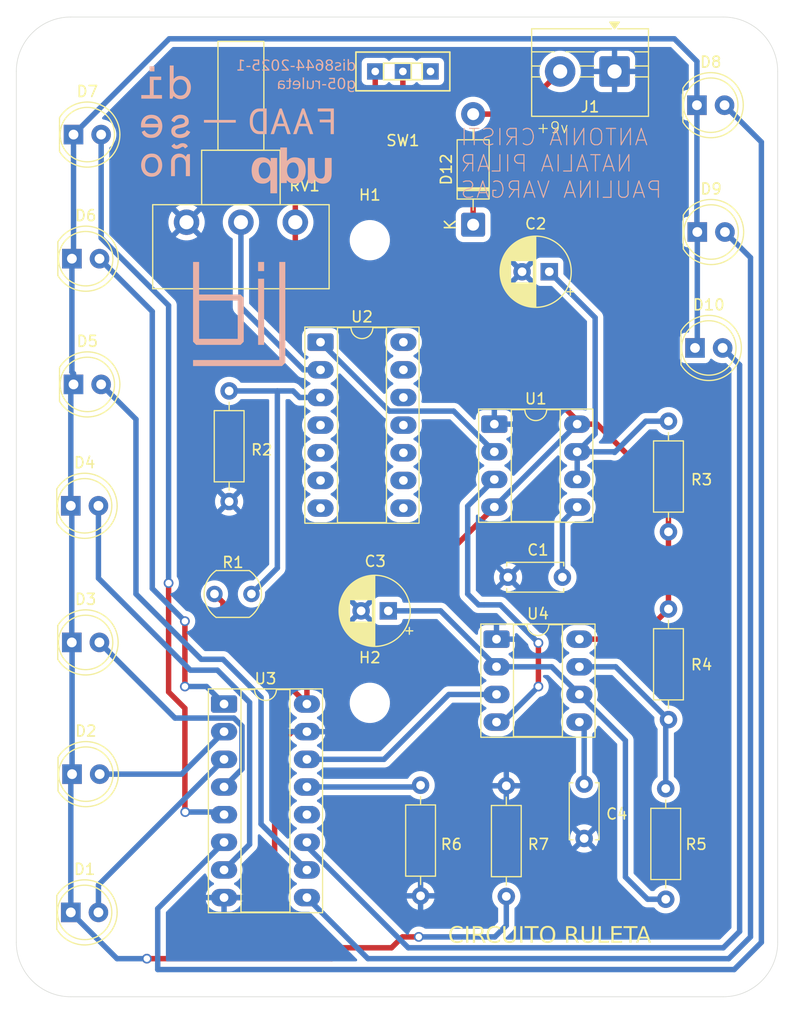
<source format=kicad_pcb>
(kicad_pcb (version 20241229) (generator "pcbnew") (generator_version "9.0")
  (layers (0 "F.Cu" signal) (2 "B.Cu" signal) (13 "F.Paste" user) (15 "B.Paste" user) (5 "F.SilkS" user "F.Silkscreen") (7 "B.SilkS" user "B.Silkscreen") (1 "F.Mask" user) (3 "B.Mask" user) (25 "Edge.Cuts" user))
  (net 0 "")
  (net 1 "Net-(U1-CV)")
  (net 2 "GND")
  (net 3 "Net-(U1-DIS)")
  (net 4 "Net-(U4-THR)")
  (net 5 "Net-(U4-CV)")
  (net 6 "Net-(D2-A)")
  (net 7 "Net-(D1-A)")
  (net 8 "Net-(D3-A)")
  (net 9 "Net-(D4-A)")
  (net 10 "Net-(D5-A)")
  (net 11 "Net-(D6-A)")
  (net 12 "Net-(D7-A)")
  (net 13 "Net-(D8-A)")
  (net 14 "Net-(D9-A)")
  (net 15 "Net-(D10-A)")
  (net 16 "Net-(D1-K)")
  (net 17 "Net-(U2A-+)")
  (net 18 "+9V")
  (net 19 "Net-(U1-TR)")
  (net 20 "Net-(U4-DIS)")
  (net 21 "Net-(U3-CKEN)")
  (net 22 "Net-(U1-Q)")
  (net 23 "Net-(U2A--)")
  (net 25 "Net-(U3-CLK)")
  (net 26 "Net-(D12-K)")
  (net 28 "Net-(D12-A)")
  (footprint "MountingHole:MountingHole_3.2mm_M3" (layer "F.Cu") (at 50 48.5)
    (property "Reference" "H1")
    (property "Value" "M3")
  )
  (footprint "LED_THT:LED_D5.0mm" (layer "F.Cu") (at 22.51 72.9)
    (property "Reference" "D4")
    (property "Value" "LED")
  )
  (footprint "Resistor_THT:R_Axial_DIN0207_L6.3mm_D2.5mm_P10.16mm_Horizontal" (layer "F.Cu") (at 77.45762 82.38 -90)
    (property "Reference" "R4")
    (property "Value" "10k")
  )
  (footprint "TerminalBlock:TerminalBlock_MaiXu_MX126-5.0-02P_1x02_P5.00mm" (layer "F.Cu") (at 72.5 33 180)
    (property "Reference" "J1")
    (property "Value" "TBLOCK-2")
  )
  (footprint "Package_DIP:DIP-8_W7.62mm_Socket_LongPads" (layer "F.Cu") (at 61.64762 85.15)
    (property "Reference" "U4")
    (property "Value" "555")
  )
  (footprint "OptoDevice:R_LDR_5.1x4.3mm_P3.4mm_Vertical" (layer "F.Cu") (at 35.71762 81)
    (property "Reference" "R1")
    (property "Value" "R_Photo")
  )
  (footprint "Resistor_THT:R_Axial_DIN0207_L6.3mm_D2.5mm_P10.16mm_Horizontal" (layer "F.Cu") (at 54.66762 98.57 -90)
    (property "Reference" "R6")
    (property "Value" "100k")
  )
  (footprint "LED_THT:LED_D5.0mm" (layer "F.Cu") (at 22.6 85.45)
    (property "Reference" "D3")
    (property "Value" "LED")
  )
  (footprint "Package_DIP:DIP-8_W7.62mm_Socket_LongPads" (layer "F.Cu") (at 61.44762 65.4)
    (property "Reference" "U1")
    (property "Value" "555")
  )
  (footprint "LED_THT:LED_D5.0mm" (layer "F.Cu") (at 80.075 36.1)
    (property "Reference" "D8")
    (property "Value" "LED")
  )
  (footprint "Resistor_THT:R_Axial_DIN0207_L6.3mm_D2.5mm_P10.16mm_Horizontal" (layer "F.Cu") (at 77.20762 98.88 -90)
    (property "Reference" "R5")
    (property "Value" "10k")
  )
  (footprint "LED_THT:LED_D5.0mm" (layer "F.Cu") (at 79.9 58.4)
    (property "Reference" "D10")
    (property "Value" "LED")
  )
  (footprint "Capacitor_THT:CP_Radial_D6.3mm_P2.50mm" (layer "F.Cu") (at 66.5 51.4 180)
    (property "Reference" "C2")
    (property "Value" "100u")
  )
  (footprint "Package_DIP:DIP-14_W7.62mm_Socket_LongPads" (layer "F.Cu") (at 45.46762 57.87)
    (property "Reference" "U2")
    (property "Value" "LM324")
  )
  (footprint "LED_THT:LED_D5.0mm" (layer "F.Cu") (at 22.625 97.55)
    (property "Reference" "D2")
    (property "Value" "LED")
  )
  (footprint "Capacitor_THT:C_Disc_D5.0mm_W2.5mm_P5.00mm" (layer "F.Cu") (at 69.70762 98.46 -90)
    (property "Reference" "C4")
    (property "Value" "474")
  )
  (footprint "LED_THT:LED_D5.0mm" (layer "F.Cu") (at 22.76 61.75)
    (property "Reference" "D5")
    (property "Value" "LED")
  )
  (footprint "MountingHole:MountingHole_3.2mm_M3" (layer "F.Cu") (at 50 91)
    (property "Reference" "H2")
    (property "Value" "M3")
  )
  (footprint "LED_THT:LED_D5.0mm" (layer "F.Cu") (at 22.51 110.25)
    (property "Reference" "D1")
    (property "Value" "LED")
  )
  (footprint "Potentiometer_THT:Potentiometer_Piher_T-16H_Single_Horizontal" (layer "F.Cu") (at 43.15 46.85 90)
    (property "Reference" "RV1")
    (property "Value" "500k")
  )
  (footprint "Resistor_THT:R_Axial_DIN0207_L6.3mm_D2.5mm_P10.16mm_Horizontal" (layer "F.Cu") (at 37.06762 72.51 90)
    (property "Reference" "R2")
    (property "Value" "10k")
  )
  (footprint "modules_teee2025:SPDT_PCB_small_P2.5mm" (layer "F.Cu") (at 53.04 33 180)
    (property "Reference" "SW1")
    (property "Value" "SW_SPDT")
  )
  (footprint "Capacitor_THT:C_Disc_D5.0mm_W2.5mm_P5.00mm" (layer "F.Cu") (at 67.70762 79.46 180)
    (property "Reference" "C1")
    (property "Value" "474")
  )
  (footprint "LED_THT:LED_D5.0mm" (layer "F.Cu") (at 22.76 38.8)
    (property "Reference" "D7")
    (property "Value" "LED")
  )
  (footprint "Package_DIP:DIP-16_W7.62mm_Socket_LongPads" (layer "F.Cu") (at 36.59762 91.11)
    (property "Reference" "U3")
    (property "Value" "4017")
  )
  (footprint "Resistor_THT:R_Axial_DIN0207_L6.3mm_D2.5mm_P10.16mm_Horizontal" (layer "F.Cu") (at 62.55 108.78 90)
    (property "Reference" "R7")
    (property "Value" "1k")
  )
  (footprint "LED_THT:LED_D5.0mm" (layer "F.Cu") (at 80.11 47.75)
    (property "Reference" "D9")
    (property "Value" "LED")
  )
  (footprint "LED_THT:LED_D5.0mm" (layer "F.Cu") (at 22.61 50.2)
    (property "Reference" "D6")
    (property "Value" "LED")
  )
  (footprint "Diode_THT:D_DO-41_SOD81_P10.16mm_Horizontal" (layer "F.Cu") (at 59.5 47.08 90)
    (property "Reference" "D12")
    (property "Value" "1n4007")
  )
  (footprint "Resistor_THT:R_Axial_DIN0207_L6.3mm_D2.5mm_P10.16mm_Horizontal" (layer "F.Cu") (at 77.45762 75.29 90)
    (property "Reference" "R3")
    (property "Value" "10k")
  )
  (footprint "Capacitor_THT:CP_Radial_D6.3mm_P2.50mm" (layer "F.Cu") (at 51.7 82.55 180)
    (property "Reference" "C3")
    (property "Value" "1u")
  )
  (gr_poly (pts (xy 39.727782 51.339179) (xy 40.283407 51.339179) (xy 40.283407 50.499815) (xy 39.727782 50.499815)) (fill yes) (layer "B.SilkS"))
  (gr_poly (pts (xy 29.835839 36.981007) (xy 29.746632 36.990427) (xy 29.659521 37.006852) (xy 29.575055 37.030357) (xy 29.49378 37.061013) (xy 29.45451 37.079046) (xy 29.416244 37.098894) (xy 29.37905 37.120566) (xy 29.342996 37.144073) (xy 29.30815 37.169421) (xy 29.274582 37.196622) (xy 29.242359 37.225683) (xy 29.21155 37.256614) (xy 29.182224 37.289424) (xy 29.154448 37.324123) (xy 29.128292 37.360718) (xy 29.103824 37.399221) (xy 29.081112 37.439638) (xy 29.060224 37.481981) (xy 29.04123 37.526257) (xy 29.024198 37.572476) (xy 29.007358 37.618052) (xy 28.993622 37.665243) (xy 28.982711 37.713421) (xy 28.974348 37.761956) (xy 28.968253 37.810221) (xy 28.964148 37.857587) (xy 28.961756 37.903425) (xy 28.960797 37.947106) (xy 28.962067 38.025486) (xy 28.965731 38.087697) (xy 28.971334 38.1435) (xy 30.559625 38.1435) (xy 30.555505 38.207586) (xy 30.546197 38.268672) (xy 30.531994 38.326698) (xy 30.513189 38.381603) (xy 30.490074 38.433328) (xy 30.462944 38.481811) (xy 30.432089 38.526993) (xy 30.397804 38.568813) (xy 30.360381 38.607212) (xy 30.320113 38.642128) (xy 30.277292 38.673502) (xy 30.232213 38.701273) (xy 30.185166 38.725382) (xy 30.136446 38.745767) (xy 30.086344 38.762368) (xy 30.035155 38.775126) (xy 29.98317 38.783981) (xy 29.930683 38.78887) (xy 29.877986 38.789736) (xy 29.825373 38.786517) (xy 29.773135 38.779152) (xy 29.721567 38.767583) (xy 29.670959 38.751748) (xy 29.621607 38.731587) (xy 29.573802 38.70704) (xy 29.527837 38.678047) (xy 29.484005 38.644548) (xy 29.442599 38.606481) (xy 29.403911 38.563788) (xy 29.368235 38.516407) (xy 29.335864 38.464279) (xy 29.307089 38.407343) (xy 29.034673 38.546883) (xy 29.039436 38.579507) (xy 29.057989 38.624191) (xy 29.077774 38.666483) (xy 29.098762 38.706437) (xy 29.120922 38.74411) (xy 29.144224 38.779555) (xy 29.168639 38.812828) (xy 29.194135 38.843984) (xy 29.220683 38.873078) (xy 29.248253 38.900164) (xy 29.276814 38.925299) (xy 29.306337 38.948537) (xy 29.336791 38.969932) (xy 29.368146 38.989541) (xy 29.400373 39.007417) (xy 29.43344 39.023617) (xy 29.467318 39.038195) (xy 29.501976 39.051206) (xy 29.537385 39.062705) (xy 29.573515 39.072747) (xy 29.610334 39.081388) (xy 29.647814 39.088681) (xy 29.685924 39.094683) (xy 29.724634 39.099449) (xy 29.763913 39.103032) (xy 29.844061 39.106874) (xy 29.926126 39.106649) (xy 30.009868 39.102799) (xy 30.095045 39.095762) (xy 30.188993 39.08147) (xy 30.277485 39.058135) (xy 30.360482 39.026333) (xy 30.437944 38.98664) (xy 30.509834 38.939632) (xy 30.576112 38.885886) (xy 30.63674 38.825978) (xy 30.691678 38.760486) (xy 30.740889 38.689984) (xy 30.784333 38.615051) (xy 30.821971 38.536261) (xy 30.853765 38.454193) (xy 30.879677 38.369422) (xy 30.899666 38.282524) (xy 30.913696 38.194077) (xy 30.921725 38.104656) (xy 30.923717 38.014838) (xy 30.919633 37.925199) (xy 30.909432 37.836317) (xy 30.904539 37.810125) (xy 30.535812 37.810125) (xy 29.345188 37.810125) (xy 29.351445 37.746787) (xy 29.363446 37.687756) (xy 29.380818 37.63301) (xy 29.403185 37.582528) (xy 29.430172 37.536287) (xy 29.461405 37.494265) (xy 29.496508 37.456439) (xy 29.535108 37.422788) (xy 29.576829 37.39329) (xy 29.621296 37.367923) (xy 29.668135 37.346664) (xy 29.71697 37.329491) (xy 29.767428 37.316383) (xy 29.819133 37.307317) (xy 29.87171 37.30227) (xy 29.924785 37.301222) (xy 29.977982 37.304149) (xy 30.030928 37.31103) (xy 30.083246 37.321843) (xy 30.134563 37.336565) (xy 30.184504 37.355175) (xy 30.232693 37.37765) (xy 30.278757 37.403968) (xy 30.322319 37.434107) (xy 30.363006 37.468045) (xy 30.400442 37.50576) (xy 30.434253 37.547229) (xy 30.464065 37.592432) (xy 30.489501 37.641344) (xy 30.510187 37.693946) (xy 30.525749 37.750213) (xy 30.535812 37.810125) (xy 30.904539 37.810125) (xy 30.893078 37.748767) (xy 30.87053 37.663126) (xy 30.84175 37.57997) (xy 30.8067 37.499876) (xy 30.765341 37.423421) (xy 30.717633 37.35118) (xy 30.663539 37.28373) (xy 30.603019 37.221648) (xy 30.536035 37.16551) (xy 30.462547 37.115893) (xy 30.382518 37.073373) (xy 30.295908 37.038526) (xy 30.202678 37.01193) (xy 30.110562 36.994055) (xy 30.018351 36.982894) (xy 29.926595 36.97852)) (fill yes) (layer "B.SilkS"))
  (gr_poly (pts (xy 33.75 50.5) (xy 33.747592 57.825359) (xy 33.747591 57.825359) (xy 33.747592 57.82536) (xy 33.747592 57.825545) (xy 34.040036 58.117989) (xy 38.117767 58.117989) (xy 38.410211 57.825545) (xy 38.410211 57.56218) (xy 37.854586 57.56218) (xy 34.305624 57.56218) (xy 34.305624 54.04637) (xy 37.854586 54.04637) (xy 37.854586 57.56218) (xy 38.410211 57.56218) (xy 38.410211 53.783189) (xy 38.117767 53.490745) (xy 34.305624 53.490745) (xy 34.305624 50.499815) (xy 33.749999 50.499815)) (fill yes) (layer "B.SilkS"))
  (gr_poly (pts (xy 39.727782 58.117803) (xy 40.283407 58.117803) (xy 40.283407 52.042971) (xy 39.727782 52.042971)) (fill yes) (layer "B.SilkS"))
  (gr_poly (pts (xy 44.302295 43.253901) (xy 44.890226 43.253901) (xy 44.890226 42.940291) (xy 44.89975 42.940291) (xy 44.93625 42.981302) (xy 44.974558 43.020334) (xy 45.01464 43.057296) (xy 45.056463 43.092095) (xy 45.099991 43.12464) (xy 45.145193 43.154837) (xy 45.192033 43.182596) (xy 45.240477 43.207824) (xy 45.290493 43.230429) (xy 45.342047 43.250318) (xy 45.395103 43.2674) (xy 45.449629 43.281583) (xy 45.505591 43.292774) (xy 45.562955 43.300882) (xy 45.621687 43.305814) (xy 45.681753 43.307479) (xy 45.733772 43.306358) (xy 45.783932 43.303025) (xy 45.832247 43.297526) (xy 45.878731 43.289908) (xy 45.923396 43.280215) (xy 45.966257 43.268493) (xy 46.007327 43.254789) (xy 46.04662 43.239148) (xy 46.084149 43.221617) (xy 46.119928 43.20224) (xy 46.153971 43.181064) (xy 46.186291 43.158135) (xy 46.216902 43.133497) (xy 46.245817 43.107199) (xy 46.273051 43.079284) (xy 46.298616 43.049799) (xy 46.322526 43.018789) (xy 46.344795 42.986301) (xy 46.365436 42.952381) (xy 46.384463 42.917073) (xy 46.40189 42.880425) (xy 46.417731 42.842481) (xy 46.431998 42.803288) (xy 46.444705 42.762892) (xy 46.465496 42.678672) (xy 46.480212 42.590187) (xy 46.488962 42.497805) (xy 46.491854 42.401891) (xy 46.491854 40.945042) (xy 45.871776 40.945042) (xy 45.871776 42.178053) (xy 45.870795 42.287702) (xy 45.868716 42.344215) (xy 45.864819 42.400919) (xy 45.858536 42.457115) (xy 45.854322 42.484802) (xy 45.849299 42.5121) (xy 45.843395 42.53892) (xy 45.836539 42.565174) (xy 45.82866 42.590776) (xy 45.819687 42.615637) (xy 45.809549 42.63967) (xy 45.798175 42.662788) (xy 45.785493 42.684902) (xy 45.771434 42.705925) (xy 45.755925 42.72577) (xy 45.738896 42.744348) (xy 45.720275 42.761573) (xy 45.699992 42.777357) (xy 45.677975 42.791612) (xy 45.654153 42.80425) (xy 45.628456 42.815185) (xy 45.600812 42.824328) (xy 45.57115 42.831591) (xy 45.539399 42.836888) (xy 45.505488 42.84013) (xy 45.469346 42.84123) (xy 45.428244 42.839871) (xy 45.389162 42.835874) (xy 45.35205 42.829355) (xy 45.316863 42.820434) (xy 45.283554 42.809228) (xy 45.252076 42.795856) (xy 45.222383 42.780435) (xy 45.194426 42.763084) (xy 45.168161 42.743921) (xy 45.14354 42.723064) (xy 45.120515 42.700632) (xy 45.099041 42.676741) (xy 45.079071 42.651511) (xy 45.060557 42.625059) (xy 45.043453 42.597504) (xy 45.027713 42.568964) (xy 45.000135 42.5094) (xy 44.977448 42.447312) (xy 44.959278 42.383646) (xy 44.945251 42.319346) (xy 44.934993 42.255357) (xy 44.928129 42.192624) (xy 44.924285 42.132092) (xy 44.923087 42.074706) (xy 44.923087 40.945041) (xy 44.302533 40.945041) (xy 44.302295 40.945041)) (fill yes) (layer "B.SilkS"))
  (gr_poly (pts (xy 32.035352 39.62001) (xy 32.035523 39.619875) (xy 32.035285 39.619875)) (fill yes) (layer "B.SilkS"))
  (gr_poly (pts (xy 39.823641 36.400187) (xy 39.777997 36.401406) (xy 39.733115 36.405046) (xy 39.68904 36.411083) (xy 39.645818 36.419491) (xy 39.603493 36.430248) (xy 39.56211 36.443326) (xy 39.521715 36.458703) (xy 39.482352 36.476354) (xy 39.444066 36.496253) (xy 39.406904 36.518376) (xy 39.370908 36.542699) (xy 39.336126 36.569197) (xy 39.302601 36.597845) (xy 39.270379 36.628619) (xy 39.239504 36.661493) (xy 39.210022 36.696444) (xy 39.181979 36.733447) (xy 39.155418 36.772477) (xy 39.130384 36.81351) (xy 39.106924 36.85652) (xy 39.085082 36.901483) (xy 39.064903 36.948375) (xy 39.046432 36.997171) (xy 39.029714 37.047846) (xy 39.014794 37.100376) (xy 39.001717 37.154736) (xy 38.981274 37.268847) (xy 38.968743 37.389983) (xy 38.964486 37.517946) (xy 38.964486 37.641056) (xy 38.965558 37.705858) (xy 38.968743 37.76898) (xy 38.973997 37.830398) (xy 38.981273 37.890087) (xy 38.990529 37.948022) (xy 39.001717 38.004178) (xy 39.014794 38.058531) (xy 39.029714 38.111056) (xy 39.046432 38.161728) (xy 39.064903 38.210522) (xy 39.085082 38.257414) (xy 39.106924 38.302378) (xy 39.130384 38.345391) (xy 39.155417 38.386427) (xy 39.181978 38.425461) (xy 39.210022 38.462469) (xy 39.239504 38.497426) (xy 39.270378 38.530307) (xy 39.3026 38.561088) (xy 39.336125 38.589743) (xy 39.370908 38.616248) (xy 39.406903 38.640578) (xy 39.444066 38.662709) (xy 39.482351 38.682615) (xy 39.521714 38.700272) (xy 39.562109 38.715655) (xy 39.603492 38.72874) (xy 39.645817 38.739501) (xy 39.68904 38.747914) (xy 39.733114 38.753954) (xy 39.777996 38.757596) (xy 39.82364 38.758815) (xy 40.515156 38.758815) (xy 40.515156 38.489256) (xy 40.21726 38.489256) (xy 39.906508 38.489256) (xy 39.871383 38.488317) (xy 39.836844 38.485514) (xy 39.802925 38.480865) (xy 39.769662 38.47439) (xy 39.737089 38.466108) (xy 39.70524 38.456037) (xy 39.674151 38.444197) (xy 39.643856 38.430607) (xy 39.614389 38.415285) (xy 39.585786 38.398251) (xy 39.558082 38.379525) (xy 39.53131 38.359124) (xy 39.505506 38.337068) (xy 39.480704 38.313377) (xy 39.456939 38.288068) (xy 39.434246 38.261162) (xy 39.41266 38.232677) (xy 39.392214 38.202633) (xy 39.372944 38.171047) (xy 39.354885 38.137941) (xy 39.338072 38.103331) (xy 39.322538 38.067238) (xy 39.308319 38.029681) (xy 39.295449 37.990678) (xy 39.283963 37.95025) (xy 39.273896 37.908413) (xy 39.258158 37.820596) (xy 39.248511 37.727377) (xy 39.245234 37.628911) (xy 39.245234 37.534375) (xy 39.246059 37.484495) (xy 39.248511 37.435909) (xy 39.252556 37.388634) (xy 39.258158 37.342691) (xy 39.265283 37.298097) (xy 39.273896 37.254873) (xy 39.283963 37.213036) (xy 39.295449 37.172607) (xy 39.308319 37.133605) (xy 39.322538 37.096048) (xy 39.338072 37.059955) (xy 39.354885 37.025345) (xy 39.372944 36.992238) (xy 39.392214 36.960653) (xy 39.41266 36.930609) (xy 39.434246 36.902124) (xy 39.456939 36.875217) (xy 39.480704 36.849909) (xy 39.505506 36.826217) (xy 39.53131 36.804162) (xy 39.558082 36.783761) (xy 39.585786 36.765034) (xy 39.614389 36.748001) (xy 39.643856 36.732679) (xy 39.674151 36.719089) (xy 39.70524 36.707248) (xy 39.737089 36.697178) (xy 39.769662 36.688895) (xy 39.802925 36.68242) (xy 39.836844 36.677771) (xy 39.871383 36.674968) (xy 39.906508 36.67403) (xy 40.21726 36.67403) (xy 40.21726 38.489256) (xy 40.515156 38.489256) (xy 40.515156 36.399949) (xy 39.82364 36.399949)) (fill yes) (layer "B.SilkS"))
  (gr_poly (pts (xy 32.757314 39.591816) (xy 32.731285 39.593602) (xy 32.705306 39.596427) (xy 32.679428 39.600288) (xy 32.653704 39.605185) (xy 32.628185 39.611114) (xy 32.602924 39.618075) (xy 32.577972 39.626066) (xy 32.559723 39.632932) (xy 32.541546 39.640882) (xy 32.505409 39.659418) (xy 32.46957 39.680441) (xy 32.43404 39.70272) (xy 32.398828 39.725025) (xy 32.363944 39.746123) (xy 32.329398 39.764784) (xy 32.312254 39.772816) (xy 32.295198 39.779776) (xy 32.278232 39.785512) (xy 32.261357 39.789868) (xy 32.244573 39.792692) (xy 32.227882 39.793828) (xy 32.211285 39.793125) (xy 32.194783 39.790426) (xy 32.178379 39.785579) (xy 32.162072 39.778429) (xy 32.145864 39.768824) (xy 32.129756 39.756607) (xy 32.11375 39.741627) (xy 32.097847 39.723729) (xy 32.082048 39.702758) (xy 32.066353 39.678562) (xy 32.050766 39.650985) (xy 32.035352 39.62001) (xy 31.751441 39.844189) (xy 31.767406 39.867138) (xy 31.783863 39.889102) (xy 31.800802 39.91008) (xy 31.818213 39.930069) (xy 31.836088 39.949066) (xy 31.854417 39.96707) (xy 31.873191 39.984079) (xy 31.892399 40.00009) (xy 31.912034 40.015101) (xy 31.932086 40.029109) (xy 31.952544 40.042113) (xy 31.9734 40.05411) (xy 31.994645 40.065099) (xy 32.016269 40.075076) (xy 32.038262 40.084039) (xy 32.060616 40.091988) (xy 32.08332 40.098918) (xy 32.106366 40.104828) (xy 32.129745 40.109716) (xy 32.153446 40.113579) (xy 32.17746 40.116416) (xy 32.201779 40.118224) (xy 32.226392 40.119) (xy 32.251291 40.118743) (xy 32.276465 40.117451) (xy 32.301906 40.11512) (xy 32.327604 40.11175) (xy 32.35355 40.107337) (xy 32.379734 40.101879) (xy 32.406148 40.095375) (xy 32.432781 40.087822) (xy 32.459624 40.079218) (xy 32.477264 40.072696) (xy 32.494864 40.06523) (xy 32.529933 40.047998) (xy 32.564806 40.028584) (xy 32.599455 40.008052) (xy 32.667984 39.967888) (xy 32.701812 39.950384) (xy 32.718605 39.942741) (xy 32.735313 39.936016) (xy 32.751934 39.93034) (xy 32.768463 39.925847) (xy 32.784898 39.92267) (xy 32.801236 39.920942) (xy 32.817472 39.920795) (xy 32.833605 39.922363) (xy 32.849631 39.925779) (xy 32.865546 39.931175) (xy 32.881347 39.938684) (xy 32.897031 39.94844) (xy 32.912595 39.960576) (xy 32.928036 39.975223) (xy 32.94335 39.992516) (xy 32.958534 40.012587) (xy 32.973586 40.03557) (xy 32.9885 40.061596) (xy 33.023504 40.073265) (xy 33.272107 39.889432) (xy 33.261731 39.864724) (xy 33.250106 39.841095) (xy 33.237283 39.818544) (xy 33.223314 39.79707) (xy 33.208251 39.776671) (xy 33.192146 39.757344) (xy 33.175051 39.739089) (xy 33.157018 39.721904) (xy 33.1381 39.705787) (xy 33.118347 39.690736) (xy 33.097812 39.67675) (xy 33.076547 39.663827) (xy 33.054604 39.651965) (xy 33.032035 39.641163) (xy 33.008892 39.63142) (xy 32.985226 39.622733) (xy 32.96109 39.6151) (xy 32.936536 39.608521) (xy 32.911616 39.602993) (xy 32.886382 39.598515) (xy 32.860885 39.595086) (xy 32.835178 39.592703) (xy 32.809312 39.591364) (xy 32.78334 39.591069)) (fill yes) (layer "B.SilkS"))
  (gr_poly (pts (xy 32.578693 36.974787) (xy 32.509764 36.979333) (xy 32.44105 36.988285) (xy 32.372994 37.001628) (xy 32.306037 37.019349) (xy 32.240624 37.041432) (xy 32.177196 37.067863) (xy 32.116196 37.098627) (xy 32.058066 37.13371) (xy 32.00325 37.173098) (xy 31.952191 37.216776) (xy 31.90533 37.264729) (xy 31.86311 37.316943) (xy 31.825974 37.373403) (xy 31.816546 37.389847) (xy 31.807894 37.405651) (xy 31.792822 37.435111) (xy 31.780575 37.461318) (xy 31.770967 37.483804) (xy 31.763816 37.502105) (xy 31.758935 37.515754) (xy 31.755252 37.527233) (xy 32.048621 37.688443) (xy 32.077007 37.634883) (xy 32.10671 37.585293) (xy 32.122099 37.561989) (xy 32.137867 37.53968) (xy 32.154033 37.518367) (xy 32.170612 37.498051) (xy 32.187622 37.478734) (xy 32.20508 37.460415) (xy 32.223003 37.443096) (xy 32.241407 37.426777) (xy 32.260309 37.41146) (xy 32.279726 37.397146) (xy 32.299675 37.383835) (xy 32.320173 37.371529) (xy 32.341237 37.360228) (xy 32.362884 37.349933) (xy 32.38513 37.340645) (xy 32.407993 37.332365) (xy 32.431489 37.325095) (xy 32.455635 37.318834) (xy 32.480448 37.313583) (xy 32.505945 37.309345) (xy 32.532142 37.306119) (xy 32.559058 37.303907) (xy 32.586707 37.302709) (xy 32.615109 37.302526) (xy 32.644278 37.30336) (xy 32.674233 37.305211) (xy 32.704989 37.30808) (xy 32.736565 37.311968) (xy 32.761665 37.316308) (xy 32.785731 37.322217) (xy 32.808723 37.329605) (xy 32.830603 37.338384) (xy 32.851335 37.348467) (xy 32.87088 37.359764) (xy 32.8892 37.372188) (xy 32.906258 37.385649) (xy 32.922015 37.400061) (xy 32.936435 37.415334) (xy 32.949478 37.43138) (xy 32.961107 37.448111) (xy 32.971284 37.465439) (xy 32.979972 37.483275) (xy 32.987132 37.501531) (xy 32.992727 37.520119) (xy 32.996719 37.538951) (xy 32.99907 37.557937) (xy 32.999742 37.576991) (xy 32.998697 37.596023) (xy 32.995898 37.614945) (xy 32.991307 37.63367) (xy 32.984885 37.652108) (xy 32.976595 37.670171) (xy 32.966399 37.687772) (xy 32.95426 37.704821) (xy 32.940138 37.721231) (xy 32.923998 37.736913) (xy 32.9058 37.751779) (xy 32.885507 37.765741) (xy 32.863081 37.77871) (xy 32.838484 37.790598) (xy 32.769715 37.816781) (xy 32.69422 37.838915) (xy 32.613461 37.858236) (xy 32.528899 37.87598) (xy 32.354213 37.911684) (xy 32.267012 37.932116) (xy 32.181854 37.955916) (xy 32.100202 37.984321) (xy 32.023515 38.018566) (xy 31.987491 38.038265) (xy 31.953257 38.059887) (xy 31.920995 38.083588) (xy 31.890888 38.109522) (xy 31.863119 38.137843) (xy 31.83787 38.168706) (xy 31.815324 38.202265) (xy 31.795665 38.238676) (xy 31.779073 38.278091) (xy 31.765733 38.320666) (xy 31.755827 38.366556) (xy 31.749538 38.415915) (xy 31.746701 38.487894) (xy 31.750806 38.555755) (xy 31.761486 38.619536) (xy 31.778375 38.679274) (xy 31.801109 38.735004) (xy 31.829321 38.786763) (xy 31.862646 38.834589) (xy 31.900718 38.878517) (xy 31.943171 38.918585) (xy 31.989639 38.954828) (xy 32.039756 38.987284) (xy 32.093158 39.01599) (xy 32.149478 39.040981) (xy 32.20835 39.062294) (xy 32.269409 39.079967) (xy 32.332289 39.094035) (xy 32.396625 39.104536) (xy 32.46205 39.111505) (xy 32.528198 39.11498) (xy 32.594705 39.114997) (xy 32.661204 39.111594) (xy 32.72733 39.104805) (xy 32.792716 39.094669) (xy 32.856998 39.081221) (xy 32.919809 39.064498) (xy 32.980783 39.044538) (xy 33.039556 39.021376) (xy 33.095761 38.995049) (xy 33.149032 38.965594) (xy 33.199004 38.933048) (xy 33.245311 38.897446) (xy 33.287587 38.858826) (xy 33.3135 38.831846) (xy 33.337588 38.804743) (xy 33.359871 38.777774) (xy 33.38037 38.751198) (xy 33.399107 38.72527) (xy 33.416103 38.700248) (xy 33.43138 38.676389) (xy 33.444958 38.65395) (xy 33.467104 38.61436) (xy 33.482712 38.583536) (xy 33.494994 38.556408) (xy 33.168763 38.389243) (xy 33.168522 38.389245) (xy 33.164137 38.401824) (xy 33.159466 38.41421) (xy 33.154515 38.426414) (xy 33.14929 38.438452) (xy 33.143796 38.450334) (xy 33.138037 38.462074) (xy 33.13202 38.473685) (xy 33.125749 38.48518) (xy 33.11923 38.496572) (xy 33.112468 38.507873) (xy 33.098235 38.530256) (xy 33.083092 38.552433) (xy 33.067082 38.574507) (xy 33.052123 38.592397) (xy 33.034554 38.609777) (xy 33.014546 38.626596) (xy 32.992274 38.642801) (xy 32.967909 38.65834) (xy 32.941625 38.673162) (xy 32.883989 38.700446) (xy 32.820748 38.724235) (xy 32.753285 38.744116) (xy 32.682981 38.75967) (xy 32.61122 38.770484) (xy 32.539384 38.776141) (xy 32.468855 38.776225) (xy 32.434512 38.774047) (xy 32.401015 38.770321) (xy 32.368536 38.764993) (xy 32.337247 38.758012) (xy 32.307322 38.749326) (xy 32.278933 38.738883) (xy 32.252253 38.726632) (xy 32.227455 38.712519) (xy 32.204712 38.696493) (xy 32.184196 38.678503) (xy 32.166081 38.658495) (xy 32.150539 38.636419) (xy 32.140898 38.619505) (xy 32.132756 38.602664) (xy 32.12607 38.585918) (xy 32.1208 38.569285) (xy 32.116905 38.552788) (xy 32.114343 38.536447) (xy 32.113074 38.520281) (xy 32.113057 38.504312) (xy 32.114249 38.488559) (xy 32.116611 38.473045) (xy 32.120102 38.457788) (xy 32.124679 38.442809) (xy 32.130303 38.42813) (xy 32.136931 38.41377) (xy 32.144524 38.39975) (xy 32.153039 38.38609) (xy 32.162437 38.372811) (xy 32.172675 38.359934) (xy 32.183712 38.347478) (xy 32.195508 38.335465) (xy 32.208022 38.323915) (xy 32.221212 38.312848) (xy 32.235038 38.302285) (xy 32.249458 38.292246) (xy 32.264431 38.282753) (xy 32.279916 38.273824) (xy 32.295872 38.265482) (xy 32.312258 38.257745) (xy 32.329034 38.250636) (xy 32.346157 38.244174) (xy 32.363586 38.238379) (xy 32.381282 38.233273) (xy 32.452073 38.215824) (xy 32.524875 38.20017) (xy 32.669562 38.172581) (xy 32.801434 38.14718) (xy 32.858219 38.134261) (xy 32.883563 38.127565) (xy 32.906585 38.120641) (xy 32.939628 38.109347) (xy 32.973515 38.096525) (xy 33.007896 38.082155) (xy 33.042421 38.066215) (xy 33.076739 38.048684) (xy 33.110501 38.029541) (xy 33.143355 38.008767) (xy 33.174953 37.986338) (xy 33.204943 37.962236) (xy 33.232975 37.936438) (xy 33.2587 37.908924) (xy 33.270587 37.894517) (xy 33.281766 37.879673) (xy 33.292193 37.864389) (xy 33.301825 37.848664) (xy 33.310616 37.832493) (xy 33.318525 37.815876) (xy 33.325506 37.798808) (xy 33.331516 37.781287) (xy 33.336512 37.763312) (xy 33.340449 37.744879) (xy 33.35154 37.662951) (xy 33.354436 37.585704) (xy 33.349579 37.513126) (xy 33.337412 37.4452) (xy 33.318378 37.381912) (xy 33.292919 37.323249) (xy 33.261477 37.269195) (xy 33.224496 37.219735) (xy 33.182418 37.174856) (xy 33.135686 37.134543) (xy 33.084743 37.098781) (xy 33.03003 37.067555) (xy 32.971991 37.040852) (xy 32.911068 37.018657) (xy 32.847705 37.000954) (xy 32.782343 36.987731) (xy 32.715425 36.978971) (xy 32.647394 36.974662)) (fill yes) (layer "B.SilkS"))
  (gr_poly (pts (xy 29.75 33) (xy 30.202438 33) (xy 30.202438 32.52375) (xy 29.75 32.52375)) (fill yes) (layer "B.SilkS"))
  (gr_poly (pts (xy 31.606897 32.454456) (xy 31.607373 35.500313) (xy 31.607375 35.500313) (xy 31.838832 35.503646) (xy 31.952893 35.262187) (xy 32.01829 35.315083) (xy 32.049942 35.339936) (xy 32.081195 35.363659) (xy 32.112273 35.386197) (xy 32.143402 35.407501) (xy 32.174804 35.427519) (xy 32.206705 35.446199) (xy 32.239329 35.463488) (xy 32.2729 35.479337) (xy 32.307642 35.493692) (xy 32.343779 35.506504) (xy 32.381537 35.517718) (xy 32.421139 35.527285) (xy 32.462809 35.535153) (xy 32.506772 35.54127) (xy 32.632168 35.548558) (xy 32.749767 35.54138) (xy 32.859525 35.520708) (xy 32.961397 35.487513) (xy 33.055339 35.442769) (xy 33.141304 35.387446) (xy 33.21925 35.322518) (xy 33.289132 35.248957) (xy 33.350904 35.167734) (xy 33.404522 35.079821) (xy 33.449942 34.986192) (xy 33.487118 34.887818) (xy 33.516007 34.785671) (xy 33.536563 34.680723) (xy 33.548741 34.573947) (xy 33.552498 34.466314) (xy 33.55211 34.457444) (xy 33.194746 34.457444) (xy 33.194027 34.521264) (xy 33.189417 34.584786) (xy 33.180936 34.647586) (xy 33.168605 34.709233) (xy 33.152444 34.769303) (xy 33.132474 34.827366) (xy 33.108714 34.882995) (xy 33.081187 34.935763) (xy 33.049911 34.985242) (xy 33.014908 35.031006) (xy 32.976197 35.072625) (xy 32.9338 35.109674) (xy 32.887737 35.141724) (xy 32.838028 35.168349) (xy 32.784693 35.189119) (xy 32.727754 35.203609) (xy 32.634352 35.216367) (xy 32.546723 35.218361) (xy 32.464878 35.210292) (xy 32.38883 35.192859) (xy 32.318589 35.166762) (xy 32.254168 35.132701) (xy 32.195579 35.091377) (xy 32.142833 35.043489) (xy 32.095941 34.989737) (xy 32.054917 34.93082) (xy 32.01977 34.86744) (xy 31.990514 34.800296) (xy 31.967159 34.730087) (xy 31.949718 34.657514) (xy 31.938203 34.583277) (xy 31.932624 34.508076) (xy 31.932994 34.43261) (xy 31.939324 34.35758) (xy 31.951626 34.283685) (xy 31.969913 34.211626) (xy 31.994195 34.142102) (xy 32.024484 34.075813) (xy 32.060793 34.01346) (xy 32.103132 33.955741) (xy 32.151514 33.903358) (xy 32.20595 33.85701) (xy 32.266452 33.817397) (xy 32.333032 33.785219) (xy 32.405701 33.761176) (xy 32.484472 33.745968) (xy 32.569355 33.740294) (xy 32.660364 33.744855) (xy 32.724684 33.755279) (xy 32.784787 33.772247) (xy 32.840691 33.79533) (xy 32.892419 33.824101) (xy 32.939989 33.858133) (xy 32.983422 33.896998) (xy 33.02274 33.94027) (xy 33.057961 33.98752) (xy 33.089108 34.03832) (xy 33.1162 34.092245) (xy 33.139257 34.148865) (xy 33.158301 34.207754) (xy 33.173351 34.268483) (xy 33.184428 34.330627) (xy 33.191553 34.393756) (xy 33.194746 34.457444) (xy 33.55211 34.457444) (xy 33.547789 34.358797) (xy 33.534568 34.252369) (xy 33.512792 34.148) (xy 33.482415 34.046664) (xy 33.443394 33.949332) (xy 33.395682 33.856976) (xy 33.339236 33.770569) (xy 33.274012 33.691083) (xy 33.199963 33.619491) (xy 33.117046 33.556763) (xy 33.025217 33.503872) (xy 32.924429 33.461791) (xy 32.81464 33.431492) (xy 32.695803 33.413947) (xy 32.567875 33.410127) (xy 32.430811 33.421005) (xy 32.397255 33.426633) (xy 32.364277 33.434561) (xy 32.331878 33.444616) (xy 32.300061 33.456627) (xy 32.268829 33.470421) (xy 32.238184 33.485826) (xy 32.208129 33.50267) (xy 32.178666 33.520779) (xy 32.149797 33.539983) (xy 32.121524 33.560108) (xy 32.093851 33.580982) (xy 32.06678 33.602434) (xy 32.014453 33.646378) (xy 31.964561 33.690562) (xy 31.964561 32.452313)) (fill yes) (layer "B.SilkS"))
  (gr_poly (pts (xy 45.215504 36.678793) (xy 46.398271 36.678793) (xy 46.398271 37.424125) (xy 45.395288 37.424125) (xy 45.395288 37.682013) (xy 46.398271 37.682013) (xy 46.398271 38.758815) (xy 46.695927 38.758815) (xy 46.695927 36.399949) (xy 45.215504 36.399949)) (fill yes) (layer "B.SilkS"))
  (gr_poly (pts (xy 41.533853 36.894772) (xy 41.534092 36.894773) (xy 40.880915 38.758815) (xy 41.192382 38.758815) (xy 41.429317 38.033724) (xy 42.185126 38.033724) (xy 42.42206 38.758815) (xy 42.733527 38.758815) (xy 42.396092 37.795839) (xy 42.107259 37.795839) (xy 41.506946 37.795839) (xy 41.801268 36.894773) (xy 41.812698 36.894773) (xy 42.107259 37.795839) (xy 42.396092 37.795839) (xy 42.08035 36.894772) (xy 41.906996 36.399949) (xy 41.707208 36.399949)) (fill yes) (layer "B.SilkS"))
  (gr_poly (pts (xy 29.773813 35.166937) (xy 28.988001 35.166937) (xy 28.988001 35.500313) (xy 30.893 35.500313) (xy 30.893 35.166937) (xy 30.131 35.166937) (xy 30.131 33.785812) (xy 30.821563 33.785812) (xy 30.821563 33.47625) (xy 29.773813 33.47625)) (fill yes) (layer "B.SilkS"))
  (gr_poly (pts (xy 43.603875 36.894772) (xy 43.604113 36.894773) (xy 42.950936 38.758815) (xy 43.262403 38.758815) (xy 43.499338 38.033724) (xy 44.255146 38.033724) (xy 44.492081 38.758815) (xy 44.803548 38.758815) (xy 44.466113 37.795839) (xy 44.177279 37.795839) (xy 43.576966 37.795839) (xy 43.871288 36.894773) (xy 43.882719 36.894773) (xy 44.177279 37.795839) (xy 44.466113 37.795839) (xy 44.150372 36.894772) (xy 43.977016 36.399949) (xy 43.777229 36.399949)) (fill yes) (layer "B.SilkS"))
  (gr_poly (pts (xy 32.440901 40.544842) (xy 32.396742 40.54777) (xy 32.352838 40.553174) (xy 32.309324 40.561055) (xy 32.266335 40.571413) (xy 32.224008 40.584249) (xy 32.182476 40.599565) (xy 32.141876 40.617362) (xy 32.102343 40.63764) (xy 32.064013 40.660401) (xy 32.02702 40.685645) (xy 31.9915 40.713373) (xy 31.957589 40.743587) (xy 31.925421 40.776288) (xy 31.895133 40.811476) (xy 31.86686 40.849153) (xy 31.840737 40.88932) (xy 31.828777 40.909651) (xy 31.817219 40.930463) (xy 31.806115 40.951754) (xy 31.795515 40.973526) (xy 31.785471 40.995777) (xy 31.776033 41.018509) (xy 31.767251 41.041721) (xy 31.759178 41.065412) (xy 31.751864 41.089584) (xy 31.74536 41.114235) (xy 31.739717 41.139367) (xy 31.734986 41.164978) (xy 31.731217 41.19107) (xy 31.728462 41.217642) (xy 31.726772 41.244693) (xy 31.726197 41.272225) (xy 31.726197 42.620487) (xy 31.726318 42.620369) (xy 31.726438 42.62025) (xy 32.083625 42.62025) (xy 32.083625 41.29437) (xy 32.084284 41.268592) (xy 32.086233 41.243674) (xy 32.08943 41.219612) (xy 32.093834 41.196405) (xy 32.099405 41.174049) (xy 32.106101 41.152542) (xy 32.113881 41.131881) (xy 32.122704 41.112063) (xy 32.132528 41.093086) (xy 32.143312 41.074947) (xy 32.155015 41.057643) (xy 32.167596 41.041172) (xy 32.181014 41.02553) (xy 32.195227 41.010716) (xy 32.210195 40.996726) (xy 32.225875 40.983558) (xy 32.242227 40.971208) (xy 32.25921 40.959676) (xy 32.276782 40.948956) (xy 32.294903 40.939048) (xy 32.31353 40.929948) (xy 32.332624 40.921653) (xy 32.352141 40.914161) (xy 32.372043 40.90747) (xy 32.392286 40.901575) (xy 32.41283 40.896476) (xy 32.454657 40.88865) (xy 32.497194 40.88397) (xy 32.54011 40.882415) (xy 32.573646 40.88317) (xy 32.60612 40.88542) (xy 32.637532 40.889141) (xy 32.667881 40.894312) (xy 32.697168 40.900907) (xy 32.725392 40.908904) (xy 32.752554 40.918281) (xy 32.778652 40.929013) (xy 32.803687 40.941077) (xy 32.827659 40.954451) (xy 32.850567 40.969111) (xy 32.872412 40.985033) (xy 32.893192 41.002196) (xy 32.912909 41.020575) (xy 32.931561 41.040147) (xy 32.949149 41.060889) (xy 32.965673 41.082778) (xy 32.981131 41.105791) (xy 32.995525 41.129905) (xy 33.008853 41.155095) (xy 33.021117 41.18134) (xy 33.032314 41.208616) (xy 33.042447 41.236899) (xy 33.051513 41.266167) (xy 33.059513 41.296397) (xy 33.066448 41.327564) (xy 33.072315 41.359647) (xy 33.077117 41.392621) (xy 33.080852 41.426464) (xy 33.083519 41.461152) (xy 33.085654 41.532971) (xy 33.085654 42.62025) (xy 33.464511 42.62025) (xy 33.464511 40.596188) (xy 33.229243 40.596188) (xy 33.21305 40.619223) (xy 33.172926 40.677418) (xy 33.147853 40.714587) (xy 33.121551 40.75441) (xy 33.095606 40.794842) (xy 33.071604 40.833836) (xy 33.041782 40.797293) (xy 33.01005 40.763209) (xy 32.976541 40.731586) (xy 32.941391 40.702424) (xy 32.904736 40.675725) (xy 32.866711 40.651489) (xy 32.827452 40.629717) (xy 32.787094 40.610412) (xy 32.745771 40.593572) (xy 32.70362 40.5792) (xy 32.660777 40.567297) (xy 32.617375 40.557863) (xy 32.573552 40.550899) (xy 32.529441 40.546407) (xy 32.485179 40.544388)) (fill yes) (layer "B.SilkS"))
  (gr_poly (pts (xy 41.675248 59.507978) (xy 33.747591 59.507978) (xy 33.747591 60.063603) (xy 41.928427 60.063603) (xy 42.231243 59.768196) (xy 42.230873 50.499815) (xy 41.675248 50.499815)) (fill yes) (layer "B.SilkS"))
  (gr_poly (pts (xy 34.750149 37.704397) (xy 37.680514 37.704397) (xy 37.680514 37.451984) (xy 34.750149 37.451984)) (fill yes) (layer "B.SilkS"))
  (gr_poly (pts (xy 29.859253 40.548584) (xy 29.744823 40.56376) (xy 29.638452 40.590204) (xy 29.540103 40.627119) (xy 29.449741 40.673706) (xy 29.367331 40.729166) (xy 29.292837 40.792703) (xy 29.226224 40.863518) (xy 29.167457 40.940813) (xy 29.116501 41.02379) (xy 29.07332 41.111651) (xy 29.037879 41.203597) (xy 29.010142 41.298832) (xy 28.990075 41.396556) (xy 28.977641 41.495972) (xy 28.972806 41.596281) (xy 28.975535 41.696687) (xy 28.985791 41.796389) (xy 29.00354 41.894592) (xy 29.028746 41.990495) (xy 29.061375 42.083303) (xy 29.10139 42.172215) (xy 29.148756 42.256435) (xy 29.203439 42.335164) (xy 29.265402 42.407605) (xy 29.33461 42.472958) (xy 29.411029 42.530427) (xy 29.494623 42.579213) (xy 29.585356 42.618518) (xy 29.683193 42.647544) (xy 29.788099 42.665493) (xy 29.918392 42.673951) (xy 30.04043 42.669755) (xy 30.154264 42.65369) (xy 30.259944 42.626542) (xy 30.357521 42.589097) (xy 30.447043 42.542139) (xy 30.528563 42.486455) (xy 30.60213 42.422828) (xy 30.667794 42.352046) (xy 30.725605 42.274892) (xy 30.775614 42.192153) (xy 30.817871 42.104613) (xy 30.852426 42.013059) (xy 30.87933 41.918275) (xy 30.898632 41.821047) (xy 30.910383 41.722161) (xy 30.914633 41.6224) (xy 30.914631 41.622357) (xy 30.550934 41.622357) (xy 30.548894 41.685231) (xy 30.54335 41.747589) (xy 30.534292 41.809013) (xy 30.521714 41.869085) (xy 30.505606 41.927387) (xy 30.48596 41.983501) (xy 30.462769 42.037009) (xy 30.436024 42.087493) (xy 30.405717 42.134535) (xy 30.371839 42.177718) (xy 30.334383 42.216623) (xy 30.29334 42.250832) (xy 30.248703 42.279928) (xy 30.200462 42.303493) (xy 30.14861 42.321108) (xy 30.093139 42.332356) (xy 30.033344 42.338956) (xy 29.976193 42.341956) (xy 29.921662 42.34147) (xy 29.869728 42.337615) (xy 29.820368 42.330506) (xy 29.773559 42.320257) (xy 29.729277 42.306985) (xy 29.6875 42.290803) (xy 29.648205 42.271829) (xy 29.611368 42.250176) (xy 29.576966 42.225961) (xy 29.544976 42.199298) (xy 29.515375 42.170303) (xy 29.488141 42.139091) (xy 29.463249 42.105778) (xy 29.440677 42.070478) (xy 29.420401 42.033307) (xy 29.402399 41.994381) (xy 29.386647 41.953814) (xy 29.373123 41.911721) (xy 29.361802 41.868219) (xy 29.352663 41.823422) (xy 29.345682 41.777446) (xy 29.340835 41.730406) (xy 29.338101 41.682417) (xy 29.337455 41.633594) (xy 29.338874 41.584053) (xy 29.342336 41.53391) (xy 29.347817 41.483279) (xy 29.355294 41.432275) (xy 29.364745 41.381014) (xy 29.376145 41.329612) (xy 29.384756 41.296943) (xy 29.394586 41.265424) (xy 29.405605 41.235062) (xy 29.417786 41.205861) (xy 29.431099 41.177831) (xy 29.445516 41.150976) (xy 29.461008 41.125304) (xy 29.477546 41.100822) (xy 29.495101 41.077535) (xy 29.513646 41.055452) (xy 29.53315 41.034578) (xy 29.553585 41.014919) (xy 29.574923 40.996484) (xy 29.597135 40.979278) (xy 29.620192 40.963309) (xy 29.644066 40.948582) (xy 29.668727 40.935104) (xy 29.694147 40.922883) (xy 29.720297 40.911924) (xy 29.747148 40.902235) (xy 29.774672 40.893822) (xy 29.80284 40.886692) (xy 29.831624 40.880852) (xy 29.860994 40.876307) (xy 29.890921 40.873065) (xy 29.921378 40.871133) (xy 29.952334 40.870517) (xy 29.983763 40.871224) (xy 30.015634 40.87326) (xy 30.047919 40.876633) (xy 30.08059 40.881348) (xy 30.113617 40.887413) (xy 30.113617 40.887176) (xy 30.166538 40.901473) (xy 30.216086 40.921941) (xy 30.262252 40.948161) (xy 30.305027 40.979717) (xy 30.344405 41.016188) (xy 30.380376 41.057159) (xy 30.412933 41.102211) (xy 30.442067 41.150925) (xy 30.46777 41.202885) (xy 30.490033 41.257671) (xy 30.50885 41.314867) (xy 30.524211 41.374054) (xy 30.536108 41.434815) (xy 30.544533 41.49673) (xy 30.549478 41.559384) (xy 30.550934 41.622357) (xy 30.914631 41.622357) (xy 30.911432 41.522552) (xy 30.900831 41.423401) (xy 30.882879 41.325733) (xy 30.857628 41.230333) (xy 30.825127 41.137986) (xy 30.785426 41.049477) (xy 30.738575 40.965593) (xy 30.684626 40.887118) (xy 30.623628 40.814838) (xy 30.555631 40.749539) (xy 30.480686 40.692004) (xy 30.398842 40.643021) (xy 30.310151 40.603374) (xy 30.214662 40.573848) (xy 30.112425 40.555229) (xy 29.981775 40.545475)) (fill yes) (layer "B.SilkS"))
  (gr_poly (pts (xy 41.763167 43.2539) (xy 42.365148 43.2539) (xy 42.365148 43.253662) (xy 42.365148 42.993869) (xy 42.374197 42.993869) (xy 42.409737 43.034317) (xy 42.446854 43.071678) (xy 42.4855 43.106018) (xy 42.525626 43.137402) (xy 42.567185 43.165897) (xy 42.610129 43.191568) (xy 42.65441 43.214481) (xy 42.699981 43.234702) (xy 42.746794 43.252298) (xy 42.794801 43.267333) (xy 42.843954 43.279875) (xy 42.894206 43.289988) (xy 42.945508 43.297739) (xy 42.997813 43.303194) (xy 43.051073 43.306419) (xy 43.105241 43.307479) (xy 43.172471 43.3058) (xy 43.237023 43.300825) (xy 43.298935 43.292651) (xy 43.358241 43.281373) (xy 43.414977 43.267085) (xy 43.469179 43.249885) (xy 43.520881 43.229866) (xy 43.57012 43.207124) (xy 43.616932 43.181755) (xy 43.661351 43.153855) (xy 43.703414 43.123518) (xy 43.743155 43.090839) (xy 43.780611 43.055915) (xy 43.815818 43.018841) (xy 43.84881 42.979712) (xy 43.879623 42.938624) (xy 43.908293 42.895671) (xy 43.934856 42.85095) (xy 43.959347 42.804555) (xy 43.981801 42.756583) (xy 44.020743 42.656286) (xy 44.051966 42.550822) (xy 44.075755 42.440955) (xy 44.092395 42.327448) (xy 44.10217 42.211064) (xy 44.105359 42.092802) (xy 43.457189 42.092802) (xy 43.456952 42.092802) (xy 43.455602 42.153634) (xy 43.451369 42.2163) (xy 43.443974 42.280006) (xy 43.433139 42.343957) (xy 43.418588 42.407358) (xy 43.409831 42.438604) (xy 43.400041 42.469414) (xy 43.389184 42.49969) (xy 43.377223 42.529332) (xy 43.364125 42.55824) (xy 43.349855 42.586316) (xy 43.334377 42.61346) (xy 43.317659 42.639572) (xy 43.299664 42.664554) (xy 43.280357 42.688305) (xy 43.259706 42.710727) (xy 43.237673 42.731721) (xy 43.214226 42.751187) (xy 43.189329 42.769025) (xy 43.162947 42.785137) (xy 43.135046 42.799422) (xy 43.105591 42.811783) (xy 43.074547 42.822118) (xy 43.04188 42.83033) (xy 43.007554 42.836319) (xy 42.971536 42.839985) (xy 42.933791 42.841229) (xy 42.895979 42.839998) (xy 42.859768 42.836371) (xy 42.825131 42.830444) (xy 42.792043 42.822314) (xy 42.760476 42.812077) (xy 42.730405 42.79983) (xy 42.701803 42.785671) (xy 42.674644 42.769695) (xy 42.648902 42.751999) (xy 42.624551 42.73268) (xy 42.601565 42.711835) (xy 42.579916 42.689561) (xy 42.559579 42.665954) (xy 42.540528 42.64111) (xy 42.522737 42.615127) (xy 42.506178 42.588102) (xy 42.476656 42.53131) (xy 42.451751 42.471507) (xy 42.431253 42.409468) (xy 42.414954 42.345966) (xy 42.402642 42.281775) (xy 42.394108 42.217668) (xy 42.389141 42.154419) (xy 42.387532 42.092802) (xy 42.38935 42.031335) (xy 42.394898 41.968509) (xy 42.404317 41.90506) (xy 42.417748 41.841722) (xy 42.435333 41.779229) (xy 42.445727 41.748529) (xy 42.457213 41.718316) (xy 42.469808 41.688682) (xy 42.483529 41.659719) (xy 42.498395 41.631517) (xy 42.514423 41.60417) (xy 42.531631 41.577769) (xy 42.550036 41.552405) (xy 42.569656 41.528172) (xy 42.590508 41.505159) (xy 42.612611 41.48346) (xy 42.635982 41.463166) (xy 42.660639 41.444369) (xy 42.686599 41.427161) (xy 42.71388 41.411634) (xy 42.742499 41.397879) (xy 42.772475 41.385988) (xy 42.803825 41.376053) (xy 42.836566 41.368166) (xy 42.870717 41.362419) (xy 42.906294 41.358903) (xy 42.943316 41.357711) (xy 42.980218 41.35894) (xy 43.015445 41.362562) (xy 43.04903 41.368479) (xy 43.081006 41.37659) (xy 43.111407 41.386797) (xy 43.140265 41.399001) (xy 43.167613 41.413102) (xy 43.193484 41.429003) (xy 43.217912 41.446603) (xy 43.240929 41.465804) (xy 43.262568 41.486507) (xy 43.282863 41.508612) (xy 43.301845 41.532021) (xy 43.319549 41.556635) (xy 43.336008 41.582355) (xy 43.351253 41.609081) (xy 43.378238 41.665157) (xy 43.400769 41.724071) (xy 43.419109 41.785032) (xy 43.433522 41.847247) (xy 43.444272 41.909923) (xy 43.451624 41.972269) (xy 43.455842 42.033493) (xy 43.457189 42.092802) (xy 44.105359 42.092802) (xy 44.105365 42.092566) (xy 44.102168 41.97422) (xy 44.092385 41.858266) (xy 44.075735 41.745428) (xy 44.064745 41.690404) (xy 44.051932 41.636429) (xy 44.037261 41.583596) (xy 44.020695 41.531993) (xy 44.002199 41.481712) (xy 43.981738 41.432843) (xy 43.959277 41.385476) (xy 43.934779 41.339702) (xy 43.90821 41.295611) (xy 43.879534 41.253293) (xy 43.848715 41.21284) (xy 43.815719 41.174342) (xy 43.780509 41.137888) (xy 43.74305 41.10357) (xy 43.703308 41.071477) (xy 43.661245 41.041701) (xy 43.616828 41.014331) (xy 43.57002 40.989458) (xy 43.520786 40.967173) (xy 43.46909 40.947566) (xy 43.414898 40.930727) (xy 43.358173 40.916747) (xy 43.29888 40.905717) (xy 43.236984 40.897726) (xy 43.17245 40.892865) (xy 43.105241 40.891224) (xy 43.048179 40.892436) (xy 42.9932 40.896084) (xy 42.940213 40.902188) (xy 42.889131 40.910769) (xy 42.839864 40.921846) (xy 42.792324 40.935439) (xy 42.74642 40.951568) (xy 42.702065 40.970252) (xy 42.65917 40.991512) (xy 42.617645 41.015368) (xy 42.577401 41.041839) (xy 42.538351 41.070945) (xy 42.500403 41.102707) (xy 42.463471 41.137144) (xy 42.427464 41.174276) (xy 42.392294 41.214122) (xy 42.383484 41.214122) (xy 42.385388 39.983016) (xy 41.76531 39.983016)) (fill yes) (layer "B.SilkS"))
  (gr_poly (pts (xy 40.067424 40.892876) (xy 40.002896 40.89777) (xy 39.941009 40.905813) (xy 39.88173 40.916913) (xy 39.825021 40.930977) (xy 39.770848 40.947911) (xy 39.719174 40.967625) (xy 39.669964 40.990024) (xy 39.623182 41.015016) (xy 39.578792 41.042509) (xy 39.536759 41.072409) (xy 39.497047 41.104624) (xy 39.459621 41.139062) (xy 39.424444 41.175629) (xy 39.39148 41.214233) (xy 39.360695 41.254782) (xy 39.332053 41.297182) (xy 39.305517 41.34134) (xy 39.281052 41.387165) (xy 39.258622 41.434563) (xy 39.219726 41.533709) (xy 39.188542 41.638036) (xy 39.164785 41.746803) (xy 39.14817 41.859268) (xy 39.13841 41.97469) (xy 39.135221 42.092327) (xy 39.138414 42.210121) (xy 39.148197 42.325988) (xy 39.164878 42.439146) (xy 39.188762 42.548812) (xy 39.2035 42.60209) (xy 39.220154 42.654202) (xy 39.238763 42.70505) (xy 39.259363 42.754535) (xy 39.281994 42.80256) (xy 39.306693 42.849027) (xy 39.3335 42.893838) (xy 39.362451 42.936896) (xy 39.393587 42.978102) (xy 39.426944 43.017358) (xy 39.462562 43.054568) (xy 39.500477 43.089632) (xy 39.54073 43.122454) (xy 39.583358 43.152935) (xy 39.628398 43.180977) (xy 39.675891 43.206483) (xy 39.725873 43.229354) (xy 39.778384 43.249494) (xy 39.83346 43.266804) (xy 39.891142 43.281185) (xy 39.951466 43.292541) (xy 40.014472 43.300774) (xy 40.080197 43.305785) (xy 40.148681 43.307478) (xy 40.197623 43.306709) (xy 40.245556 43.304277) (xy 40.292544 43.299992) (xy 40.338656 43.293663) (xy 40.383956 43.2851) (xy 40.428513 43.274113) (xy 40.472392 43.260512) (xy 40.515661 43.244107) (xy 40.558385 43.224707) (xy 40.600632 43.202124) (xy 40.642468 43.176166) (xy 40.683959 43.146643) (xy 40.725173 43.113366) (xy 40.766176 43.076144) (xy 40.807035 43.034787) (xy 40.847815 42.989105) (xy 40.857102 42.989105) (xy 40.857102 44.194732) (xy 41.47718 44.194732) (xy 41.47718 42.092327) (xy 40.85234 42.092327) (xy 40.850679 42.154771) (xy 40.84557 42.218639) (xy 40.836823 42.283179) (xy 40.824249 42.347638) (xy 40.80766 42.411265) (xy 40.797801 42.44253) (xy 40.786866 42.473306) (xy 40.774834 42.503496) (xy 40.761679 42.533009) (xy 40.747378 42.561749) (xy 40.731909 42.589622) (xy 40.715246 42.616534) (xy 40.697367 42.642392) (xy 40.678247 42.667101) (xy 40.657864 42.690568) (xy 40.636193 42.712697) (xy 40.613211 42.733396) (xy 40.588895 42.75257) (xy 40.563219 42.770124) (xy 40.536162 42.785966) (xy 40.5077 42.800001) (xy 40.477808 42.812134) (xy 40.446463 42.822272) (xy 40.413641 42.830321) (xy 40.37932 42.836187) (xy 40.343474 42.839776) (xy 40.306082 42.840993) (xy 40.268755 42.839722) (xy 40.233103 42.83598) (xy 40.199093 42.829872) (xy 40.166693 42.821501) (xy 40.135871 42.810972) (xy 40.106595 42.798389) (xy 40.078833 42.783856) (xy 40.052553 42.767479) (xy 40.027722 42.749361) (xy 40.004309 42.729607) (xy 39.982282 42.708321) (xy 39.961608 42.685607) (xy 39.942255 42.661571) (xy 39.924191 42.636316) (xy 39.907385 42.609946) (xy 39.891804 42.582567) (xy 39.864188 42.525196) (xy 39.841087 42.465038) (xy 39.822244 42.402928) (xy 39.807403 42.339702) (xy 39.796307 42.276193) (xy 39.788699 42.213237) (xy 39.784323 42.15167) (xy 39.782921 42.092327) (xy 39.784268 42.033135) (xy 39.788486 41.971999) (xy 39.795838 41.909714) (xy 39.806588 41.847073) (xy 39.821001 41.784874) (xy 39.829664 41.754188) (xy 39.839341 41.723911) (xy 39.850066 41.694141) (xy 39.861872 41.664979) (xy 39.874791 41.636523) (xy 39.888857 41.608874) (xy 39.904102 41.58213) (xy 39.920561 41.556391) (xy 39.938265 41.531757) (xy 39.957247 41.508326) (xy 39.977542 41.486198) (xy 39.999181 41.465473) (xy 40.022198 41.44625) (xy 40.046625 41.428628) (xy 40.072497 41.412708) (xy 40.099845 41.398587) (xy 40.128703 41.386366) (xy 40.159104 41.376144) (xy 40.19108 41.368021) (xy 40.224665 41.362095) (xy 40.259892 41.358467) (xy 40.296677 41.357239) (xy 40.333181 41.358414) (xy 40.368411 41.361888) (xy 40.402262 41.367571) (xy 40.434749 41.375372) (xy 40.465888 41.385203) (xy 40.495694 41.396975) (xy 40.524181 41.410598) (xy 40.551365 41.425983) (xy 40.577262 41.443041) (xy 40.601886 41.461684) (xy 40.625252 41.481822) (xy 40.647376 41.503365) (xy 40.668273 41.526226) (xy 40.687958 41.550315) (xy 40.706446 41.575542) (xy 40.723753 41.601819) (xy 40.754882 41.657166) (xy 40.781467 41.715643) (xy 40.803628 41.776538) (xy 40.821488 41.839137) (xy 40.835168 41.902728) (xy 40.844789 41.966598) (xy 40.850473 42.030035) (xy 40.85234 42.092327) (xy 41.47718 42.092327) (xy 41.47718 40.945041) (xy 40.884725 40.945041) (xy 40.884725 41.271986) (xy 40.8752 41.271986) (xy 40.848068 41.230901) (xy 40.81861 41.191496) (xy 40.786777 41.153905) (xy 40.752521 41.118262) (xy 40.715792 41.0847) (xy 40.676542 41.053354) (xy 40.634722 41.024358) (xy 40.590284 40.997845) (xy 40.543177 40.97395) (xy 40.493354 40.952806) (xy 40.440765 40.934547) (xy 40.385362 40.919308) (xy 40.327096 40.907222) (xy 40.265918 40.898424) (xy 40.201779 40.893046) (xy 40.134631 40.891224)) (fill yes) (layer "B.SilkS"))
  (gr_arc (start 82.5 28) (mid 86.035534 29.464466) (end 87.5 33) (stroke (width 0.05)) (layer "Edge.Cuts"))
  (gr_arc (start 87.5 113) (mid 86.035534 116.535534) (end 82.5 118) (stroke (width 0.05)) (layer "Edge.Cuts"))
  (gr_arc (start 17.5 33) (mid 18.964466 29.464466) (end 22.5 28) (stroke (width 0.05)) (layer "Edge.Cuts"))
  (gr_line (start 87.5 33) (end 87.5 113) (stroke (width 0.05)) (layer "Edge.Cuts"))
  (gr_line (start 22.5 28) (end 82.5 28) (stroke (width 0.05)) (layer "Edge.Cuts"))
  (gr_line (start 82.5 118) (end 22.5 118) (stroke (width 0.05)) (layer "Edge.Cuts"))
  (gr_arc (start 22.5 118) (mid 18.964466 116.535534) (end 17.5 113) (stroke (width 0.05)) (layer "Edge.Cuts"))
  (gr_line (start 17.5 113) (end 17.5 33) (stroke (width 0.05)) (layer "Edge.Cuts"))
  (gr_text "CIRCUITO RULETA" (at 57.18 113.295 0) (layer "F.SilkS") (effects (font (size 1.5 1.5) (thickness 0.1)) (justify left bottom)))
  (gr_text "+9v" (at 65.25 38.75 0) (layer "F.SilkS") (effects (font (size 1 1) (thickness 0.1)) (justify left bottom)))
  (gr_text "dis8644-2025-1\ng05-ruleta" (at 48.722 34.778 0) (layer "B.SilkS") (effects (font (size 1 1) (thickness 0.1)) (justify left bottom mirror)))
  (gr_text "ANTONIA CRISTI\nNATALIA PILAR\nPAULINA VARGAS" (at 58.25 44.75 0) (layer "B.SilkS") (effects (font (size 1.5 1.5) (thickness 0.1)) (justify right bottom mirror)))
  (segment (start 67.70762 74.38) (end 69.06762 73.02) (width 0.5) (layer "B.Cu") (net 1))
  (segment (start 67.70762 79.46) (end 67.70762 74.38) (width 0.5) (layer "B.Cu") (net 1))
  (segment (start 42.85 93.65) (end 44.21762 93.65) (width 0.5) (layer "F.Cu") (net 2))
  (segment (start 39.36 108.89) (end 41.25 107) (width 0.5) (layer "F.Cu") (net 2))
  (segment (start 41.25 95.25) (end 42.85 93.65) (width 0.5) (layer "F.Cu") (net 2))
  (segment (start 41.25 107) (end 41.25 95.25) (width 0.5) (layer "F.Cu") (net 2))
  (segment (start 36.59762 108.89) (end 39.36 108.89) (width 0.5) (layer "F.Cu") (net 2))
  (segment (start 66.5 51.4) (end 70.71862 55.61862) (width 0.5) (layer "B.Cu") (net 3))
  (segment (start 75.37 65.13) (end 72.5 68) (width 0.5) (layer "B.Cu") (net 3))
  (segment (start 77.45762 65.13) (end 75.37 65.13) (width 0.5) (layer "B.Cu") (net 3))
  (segment (start 70.71862 66.289) (end 69.06762 67.94) (width 0.5) (layer "B.Cu") (net 3))
  (segment (start 72.44 67.94) (end 69.06762 67.94) (width 0.5) (layer "B.Cu") (net 3))
  (segment (start 72.5 68) (end 72.44 67.94) (width 0.5) (layer "B.Cu") (net 3))
  (segment (start 70.71862 55.61862) (end 70.71862 66.289) (width 0.5) (layer "B.Cu") (net 3))
  (segment (start 69.06762 67.94) (end 69.06762 70.48) (width 0.5) (layer "B.Cu") (net 3))
  (segment (start 66.72762 87.69) (end 69.26762 90.23) (width 0.5) (layer "B.Cu") (net 4))
  (segment (start 61.64762 87.69) (end 66.72762 87.69) (width 0.5) (layer "B.Cu") (net 4))
  (segment (start 75.54 109.04) (end 77.20762 109.04) (width 0.5) (layer "B.Cu") (net 4))
  (segment (start 73.5 94.46238) (end 73.5 107) (width 0.5) (layer "B.Cu") (net 4))
  (segment (start 56.50762 82.55) (end 61.64762 87.69) (width 0.5) (layer "B.Cu") (net 4))
  (segment (start 51.7 82.55) (end 56.50762 82.55) (width 0.5) (layer "B.Cu") (net 4))
  (segment (start 69.26762 90.23) (end 73.5 94.46238) (width 0.5) (layer "B.Cu") (net 4))
  (segment (start 73.5 107) (end 75.54 109.04) (width 0.5) (layer "B.Cu") (net 4))
  (segment (start 69.70762 98.46) (end 69.70762 93.21) (width 0.5) (layer "B.Cu") (net 5))
  (segment (start 69.70762 93.21) (end 69.26762 92.77) (width 0.5) (layer "B.Cu") (net 5))
  (segment (start 32.69762 97.55) (end 36.59762 93.65) (width 0.5) (layer "B.Cu") (net 6))
  (segment (start 25.165 97.55) (end 32.69762 97.55) (width 0.5) (layer "B.Cu") (net 6))
  (segment (start 25.05 110.25) (end 25.05 107.73762) (width 0.5) (layer "B.Cu") (net 7))
  (segment (start 25.05 107.73762) (end 36.59762 96.19) (width 0.5) (layer "B.Cu") (net 7))
  (segment (start 32.089 92.399) (end 37.515801 92.399) (width 0.5) (layer "B.Cu") (net 8))
  (segment (start 38.24862 97.079) (end 36.59762 98.73) (width 0.5) (layer "B.Cu") (net 8))
  (segment (start 37.515801 92.399) (end 38.24862 93.131819) (width 0.5) (layer "B.Cu") (net 8))
  (segment (start 38.24862 93.131819) (end 38.24862 97.079) (width 0.5) (layer "B.Cu") (net 8))
  (segment (start 25.14 85.45) (end 32.089 92.399) (width 0.5) (layer "B.Cu") (net 8))
  (segment (start 38.94962 90.963708) (end 38.94962 103.998) (width 0.5) (layer "B.Cu") (net 9))
  (segment (start 25.05 72.9) (end 25.05 79.55) (width 0.5) (layer "B.Cu") (net 9))
  (segment (start 25.05 79.55) (end 33.5 88) (width 0.5) (layer "B.Cu") (net 9))
  (segment (start 33.5 88) (end 35.985912 88) (width 0.5) (layer "B.Cu") (net 9))
  (segment (start 38.94962 103.998) (end 36.59762 106.35) (width 0.5) (layer "B.Cu") (net 9))
  (segment (start 35.985912 88) (end 38.94962 90.963708) (width 0.5) (layer "B.Cu") (net 9))
  (segment (start 28.5 64.95) (end 28.5 81) (width 0.5) (layer "B.Cu") (net 10))
  (segment (start 40 90.5) (end 40 102.13238) (width 0.5) (layer "B.Cu") (net 10))
  (segment (start 34.5 87) (end 36.5 87) (width 0.5) (layer "B.Cu") (net 10))
  (segment (start 36.5 87) (end 40 90.5) (width 0.5) (layer "B.Cu") (net 10))
  (segment (start 28.5 81) (end 34.5 87) (width 0.5) (layer "B.Cu") (net 10))
  (segment (start 25.3 61.75) (end 28.5 64.95) (width 0.5) (layer "B.Cu") (net 10))
  (segment (start 40 102.13238) (end 44.21762 106.35) (width 0.5) (layer "B.Cu") (net 10))
  (segment (start 33 83.5) (end 33 89.5) (width 0.5) (layer "F.Cu") (net 11))
  (via (at 33 89.5) (size 0.9) (drill 0.6) (layers "F.Cu" "B.Cu") (net 11))
  (via (at 33 83.5) (size 0.9) (drill 0.6) (layers "F.Cu" "B.Cu") (net 11))
  (segment (start 33 89.5) (end 34.98762 89.5) (width 0.5) (layer "B.Cu") (net 11))
  (segment (start 25.15 50.2) (end 30 55.05) (width 0.5) (layer "B.Cu") (net 11))
  (segment (start 34.98762 89.5) (end 36.59762 91.11) (width 0.5) (layer "B.Cu") (net 11))
  (segment (start 30 80.5) (end 33 83.5) (width 0.5) (layer "B.Cu") (net 11))
  (segment (start 30 55.05) (end 30 80.5) (width 0.5) (layer "B.Cu") (net 11))
  (segment (start 31.5 90) (end 33 91.5) (width 0.5) (layer "F.Cu") (net 12))
  (segment (start 33 101) (end 33.030207 101.030207) (width 0.5) (layer "F.Cu") (net 12))
  (segment (start 31.5 80) (end 31.5 90) (width 0.5) (layer "F.Cu") (net 12))
  (segment (start 33 91.5) (end 33 101) (width 0.5) (layer "F.Cu") (net 12))
  (via (at 31.5 80) (size 0.9) (drill 0.6) (layers "F.Cu" "B.Cu") (net 12))
  (via (at 33.030207 101.030207) (size 0.9) (drill 0.6) (layers "F.Cu" "B.Cu") (net 12))
  (segment (start 25.3 48.3) (end 29 52) (width 0.5) (layer "B.Cu") (net 12))
  (segment (start 25.3 38.8) (end 25.3 48.3) (width 0.5) (layer "B.Cu") (net 12))
  (segment (start 36.357827 101.030207) (end 36.59762 101.27) (width 0.5) (layer "B.Cu") (net 12))
  (segment (start 31.5 54.5) (end 31.5 80) (width 0.5) (layer "B.Cu") (net 12))
  (segment (start 29 52) (end 31.5 54.5) (width 0.5) (layer "B.Cu") (net 12))
  (segment (start 33.030207 101.030207) (end 36.357827 101.030207) (width 0.5) (layer "B.Cu") (net 12))
  (segment (start 86 113) (end 83.5 115.5) (width 0.5) (layer "B.Cu") (net 13))
  (segment (start 86 39.485) (end 86 113) (width 0.5) (layer "B.Cu") (net 13))
  (segment (start 82.615 36.1) (end 86 39.485) (width 0.5) (layer "B.Cu") (net 13))
  (segment (start 83.5 115.5) (end 30.5 115.5) (width 0.5) (layer "B.Cu") (net 13))
  (segment (start 30.5 109.90762) (end 36.59762 103.81) (width 0.5) (layer "B.Cu") (net 13))
  (segment (start 30.5 115.5) (end 30.5 109.90762) (width 0.5) (layer "B.Cu") (net 13))
  (segment (start 82.65 47.75) (end 85 50.1) (width 0.5) (layer "B.Cu") (net 14))
  (segment (start 49.82762 114.5) (end 44.21762 108.89) (width 0.5) (layer "B.Cu") (net 14))
  (segment (start 83 114.5) (end 49.82762 114.5) (width 0.5) (layer "B.Cu") (net 14))
  (segment (start 85 112.5) (end 83 114.5) (width 0.5) (layer "B.Cu") (net 14))
  (segment (start 85 50.1) (end 85 112.5) (width 0.5) (layer "B.Cu") (net 14))
  (segment (start 44.21762 104.180819) (end 44.21762 103.81) (width 0.5) (layer "B.Cu") (net 15))
  (segment (start 82.44 58.4) (end 84 59.96) (width 0.5) (layer "B.Cu") (net 15))
  (segment (start 82.5 113.5) (end 53.536801 113.5) (width 0.5) (layer "B.Cu") (net 15))
  (segment (start 53.536801 113.5) (end 44.21762 104.180819) (width 0.5) (layer "B.Cu") (net 15))
  (segment (start 84 59.96) (end 84 112) (width 0.5) (layer "B.Cu") (net 15))
  (segment (start 84 112) (end 82.5 113.5) (width 0.5) (layer "B.Cu") (net 15))
  (segment (start 47.5 113.5) (end 46.5 114.5) (width 0.5) (layer "F.Cu") (net 16))
  (segment (start 46.5 114.5) (end 29.5 114.5) (width 0.5) (layer "F.Cu") (net 16))
  (segment (start 52 113.5) (end 47.5 113.5) (width 0.5) (layer "F.Cu") (net 16))
  (segment (start 53 112.5) (end 52 113.5) (width 0.5) (layer "F.Cu") (net 16))
  (segment (start 54.5 112.5) (end 53 112.5) (width 0.5) (layer "F.Cu") (net 16))
  (via (at 29.5 114.5) (size 0.9) (drill 0.6) (layers "F.Cu" "B.Cu") (net 16))
  (via (at 54.5 112.5) (size 0.9) (drill 0.6) (layers "F.Cu" "B.Cu") (net 16))
  (segment (start 62.55 111.45) (end 61.5 112.5) (width 0.5) (layer "B.Cu") (net 16))
  (segment (start 78 30) (end 80.075 32.075) (width 0.5) (layer "B.Cu") (net 16))
  (segment (start 26.76 114.5) (end 22.51 110.25) (width 0.5) (layer "B.Cu") (net 16))
  (segment (start 22.6 72.99) (end 22.51 72.9) (width 0.5) (layer "B.Cu") (net 16))
  (segment (start 22.51 110.25) (end 22.51 97.665) (width 0.5) (layer "B.Cu") (net 16))
  (segment (start 29.5 114.5) (end 26.76 114.5) (width 0.5) (layer "B.Cu") (net 16))
  (segment (start 80.075 47.715) (end 80.11 47.75) (width 0.5) (layer "B.Cu") (net 16))
  (segment (start 22.51 62) (end 22.76 61.75) (width 0.5) (layer "B.Cu") (net 16))
  (segment (start 22.625 97.55) (end 22.625 85.475) (width 0.5) (layer "B.Cu") (net 16))
  (segment (start 31.56 30) (end 78 30) (width 0.5) (layer "B.Cu") (net 16))
  (segment (start 61.5 112.5) (end 54.5 112.5) (width 0.5) (layer "B.Cu") (net 16))
  (segment (start 80.075 32.075) (end 80.075 36.1) (width 0.5) (layer "B.Cu") (net 16))
  (segment (start 62.55 108.78) (end 62.55 111.45) (width 0.5) (layer "B.Cu") (net 16))
  (segment (start 22.6 85.45) (end 22.6 72.99) (width 0.5) (layer "B.Cu") (net 16))
  (segment (start 80.075 36.1) (end 80.075 47.715) (width 0.5) (layer "B.Cu") (net 16))
  (segment (start 22.76 38.8) (end 22.76 50.05) (width 0.5) (layer "B.Cu") (net 16))
  (segment (start 22.76 38.8) (end 31.56 30) (width 0.5) (layer "B.Cu") (net 16))
  (segment (start 80.11 58.19) (end 79.9 58.4) (width 0.5) (layer "B.Cu") (net 16))
  (segment (start 22.76 50.05) (end 22.61 50.2) (width 0.5) (layer "B.Cu") (net 16))
  (segment (start 22.76 60.76) (end 22.61 60.61) (width 0.5) (layer "B.Cu") (net 16))
  (segment (start 22.51 72.9) (end 22.51 62) (width 0.5) (layer "B.Cu") (net 16))
  (segment (start 22.76 61.75) (end 22.76 60.76) (width 0.5) (layer "B.Cu") (net 16))
  (segment (start 22.51 97.665) (end 22.625 97.55) (width 0.5) (layer "B.Cu") (net 16))
  (segment (start 22.625 85.475) (end 22.6 85.45) (width 0.5) (layer "B.Cu") (net 16))
  (segment (start 80.11 47.75) (end 80.11 58.19) (width 0.5) (layer "B.Cu") (net 16))
  (segment (start 22.61 60.61) (end 22.61 50.2) (width 0.5) (layer "B.Cu") (net 16))
  (segment (start 41.5 78.61762) (end 41.5 62.35) (width 0.5) (layer "B.Cu") (net 17))
  (segment (start 41.5 62.35) (end 37.06762 62.35) (width 0.5) (layer "B.Cu") (net 17))
  (segment (start 45.46762 62.95) (end 43.55 62.95) (width 0.5) (layer "B.Cu") (net 17))
  (segment (start 42.95 62.35) (end 41.5 62.35) (width 0.5) (layer "B.Cu") (net 17))
  (segment (start 43.55 62.95) (end 42.95 62.35) (width 0.5) (layer "B.Cu") (net 17))
  (segment (start 39.11762 81) (end 41.5 78.61762) (width 0.5) (layer "B.Cu") (net 17))
  (segment (start 36.5 81.78238) (end 35.71762 81) (width 0.5) (layer "F.Cu") (net 18))
  (segment (start 44.21762 91.11) (end 36.85762 83.75) (width 0.5) (layer "F.Cu") (net 18))
  (segment (start 43.15 46.85) (end 43.15 49.65) (width 0.5) (layer "F.Cu") (net 18))
  (segment (start 74.68762 85.15) (end 77.45762 82.38) (width 0.5) (layer "F.Cu") (net 18))
  (segment (start 77.45762 75.29) (end 77.45762 82.38) (width 0.5) (layer "F.Cu") (net 18))
  (segment (start 43.15 49.65) (end 46 52.5) (width 0.5) (layer "F.Cu") (net 18))
  (segment (start 57.5 76.96762) (end 61.44762 73.02) (width 0.5) (layer "F.Cu") (net 18))
  (segment (start 77.45762 71.95762) (end 77.45762 75.29) (width 0.5) (layer "F.Cu") (net 18))
  (segment (start 70.9 65.4) (end 77.45762 71.95762) (width 0.5) (layer "F.Cu") (net 18))
  (segment (start 44.21762 82.53238) (end 49.75 77) (width 0.5) (layer "F.Cu") (net 18))
  (segment (start 69.06762 65.06762) (end 69.06762 65.4) (width 0.5) (layer "F.Cu") (net 18))
  (segment (start 44.21762 91.11) (end 44.21762 82.53238) (width 0.5) (layer "F.Cu") (net 18))
  (segment (start 69.06762 65.4) (end 70.9 65.4) (width 0.5) (layer "F.Cu") (net 18))
  (segment (start 46 52.5) (end 56.5 52.5) (width 0.5) (layer "F.Cu") (net 18))
  (segment (start 69.26762 85.15) (end 74.68762 85.15) (width 0.5) (layer "F.Cu") (net 18))
  (segment (start 57.5 77) (end 57.5 76.96762) (width 0.5) (layer "F.Cu") (net 18))
  (segment (start 36.5 83.75) (end 36.5 81.78238) (width 0.5) (layer "F.Cu") (net 18))
  (segment (start 43.15 46.85) (end 43.15 43.1) (width 0.5) (layer "F.Cu") (net 18))
  (segment (start 49.75 77) (end 57.5 77) (width 0.5) (layer "F.Cu") (net 18))
  (segment (start 43.15 43.1) (end 50.5 35.75) (width 0.5) (layer "F.Cu") (net 18))
  (segment (start 36.85762 83.75) (end 36.5 83.75) (width 0.5) (layer "F.Cu") (net 18))
  (segment (start 50.5 35.75) (end 50.5 33) (width 0.5) (layer "F.Cu") (net 18))
  (segment (start 56.5 52.5) (end 69.06762 65.06762) (width 0.5) (layer "F.Cu") (net 18))
  (segment (start 69.06762 65.4) (end 61.44762 73.02) (width 0.5) (layer "B.Cu") (net 18))
  (segment (start 57.70862 64.201) (end 61.44762 67.94) (width 0.5) (layer "B.Cu") (net 19))
  (segment (start 45.46762 57.87) (end 51.79862 64.201) (width 0.5) (layer "B.Cu") (net 19))
  (segment (start 51.79862 64.201) (end 57.70862 64.201) (width 0.5) (layer "B.Cu") (net 19))
  (segment (start 77.20762 92.79) (end 77.45762 92.54) (width 0.5) (layer "B.Cu") (net 20))
  (segment (start 72.60762 87.69) (end 77.45762 92.54) (width 0.5) (layer "B.Cu") (net 20))
  (segment (start 77.20762 98.88) (end 77.20762 92.79) (width 0.5) (layer "B.Cu") (net 20))
  (segment (start 69.26762 87.69) (end 72.60762 87.69) (width 0.5) (layer "B.Cu") (net 20))
  (segment (start 44.21762 98.73) (end 54.50762 98.73) (width 0.5) (layer "B.Cu") (net 21))
  (segment (start 54.50762 98.73) (end 54.66762 98.57) (width 0.5) (layer "B.Cu") (net 21))
  (segment (start 65.5 85.5) (end 65.5 89.5) (width 0.5) (layer "F.Cu") (net 22))
  (via (at 65.5 89.5) (size 0.9) (drill 0.6) (layers "F.Cu" "B.Cu") (net 22))
  (via (at 65.5 85.5) (size 0.9) (drill 0.6) (layers "F.Cu" "B.Cu") (net 22))
  (segment (start 61.44762 70.48) (end 59 72.92762) (width 0.5) (layer "B.Cu") (net 22))
  (segment (start 62 82) (end 65.5 85.5) (width 0.5) (layer "B.Cu") (net 22))
  (segment (start 60 82) (end 60.5 82) (width 0.5) (layer "B.Cu") (net 22))
  (segment (start 59 72.92762) (end 59 81) (width 0.5) (layer "B.Cu") (net 22))
  (segment (start 59 81) (end 60 82) (width 0.5) (layer "B.Cu") (net 22))
  (segment (start 62.23 92.77) (end 61.64762 92.77) (width 0.5) (layer "B.Cu") (net 22))
  (segment (start 65.5 89.5) (end 62.23 92.77) (width 0.5) (layer "B.Cu") (net 22))
  (segment (start 60.5 82) (end 62 82) (width 0.5) (layer "B.Cu") (net 22))
  (segment (start 43.91 60.41) (end 45.46762 60.41) (width 0.5) (layer "B.Cu") (net 23))
  (segment (start 38.15 46.85) (end 38.15 54.65) (width 0.5) (layer "B.Cu") (net 23))
  (segment (start 38.15 54.65) (end 43.91 60.41) (width 0.5) (layer "B.Cu") (net 23))
  (segment (start 51.31 96.19) (end 44.21762 96.19) (width 0.5) (layer "B.Cu") (net 25))
  (segment (start 61.64762 90.23) (end 57.27 90.23) (width 0.5) (layer "B.Cu") (net 25))
  (segment (start 57.27 90.23) (end 51.31 96.19) (width 0.5) (layer "B.Cu") (net 25))
  (segment (start 53.04 33) (end 53.04 34.79) (width 0.5) (layer "F.Cu") (net 26))
  (segment (start 53.04 34.79) (end 59.5 41.25) (width 0.5) (layer "F.Cu") (net 26))
  (segment (start 59.5 41.25) (end 59.5 47.08) (width 0.5) (layer "F.Cu") (net 26))
  (segment (start 59.5 36.92) (end 63.58 36.92) (width 0.5) (layer "F.Cu") (net 28))
  (segment (start 63.58 36.92) (end 67.5 33) (width 0.5) (layer "F.Cu") (net 28))
  (zone (net 2) (net_name "GND") (layer "B.Cu") (connect_pads (clearance 0.5)) (min_thickness 0.25) (fill yes (thermal_gap 0.5) (thermal_bridge_width 0.5))
    (polygon (pts (xy 16.5 26.5) (xy 89 26.5) (xy 89 116) (xy 84.5 120.5) (xy 21.5 120.5) (xy 16 115) (xy 16 27)))
  )
)
</source>
